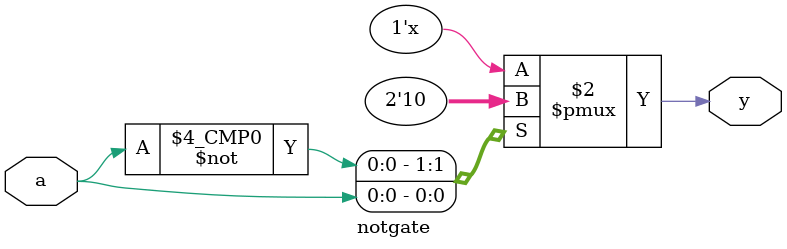
<source format=v>
module notgate(a,y);
  
  input a;
  output reg y;
  
  always @ (a)
    begin
      case (a)
        1'b0:y=1;
        1'b1:y=0;
      endcase
    end
  
endmodule
</source>
